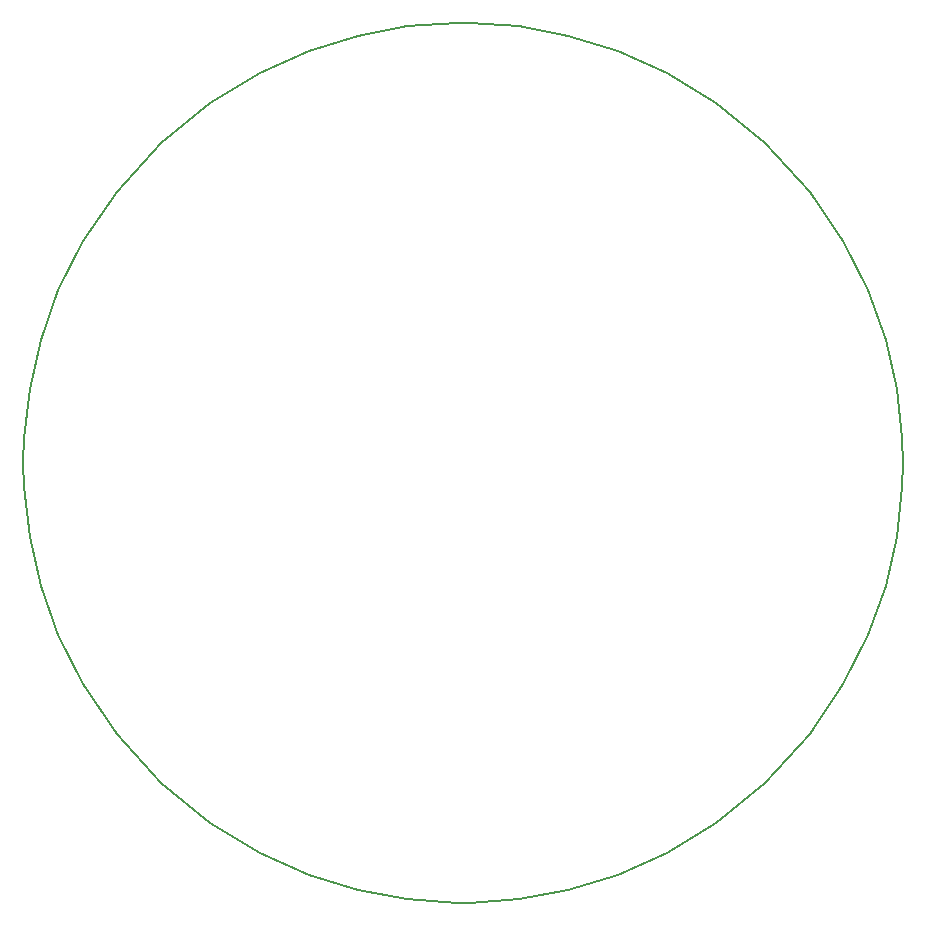
<source format=gbr>
G04 PROTEUS RS274X GERBER FILE*
%FSLAX45Y45*%
%MOMM*%
G01*
%ADD31C,0.203200*%
D31*
X+3730000Y+5000D02*
X+3724161Y+213494D01*
X+3677111Y+630483D01*
X+3581154Y+1047472D01*
X+3432185Y+1464461D01*
X+3222850Y+1881450D01*
X+2940262Y+2298439D01*
X+2562518Y+2713270D01*
X+2145529Y+3053567D01*
X+1728540Y+3307277D01*
X+1311551Y+3493345D01*
X+894562Y+3622223D01*
X+477573Y+3699902D01*
X+60584Y+3729585D01*
X+5000Y+3730000D01*
X-3720000Y+5000D02*
X-3714161Y+213494D01*
X-3667111Y+630483D01*
X-3571154Y+1047472D01*
X-3422185Y+1464461D01*
X-3212850Y+1881450D01*
X-2930262Y+2298439D01*
X-2552518Y+2713270D01*
X-2135529Y+3053567D01*
X-1718540Y+3307277D01*
X-1301551Y+3493345D01*
X-884562Y+3622223D01*
X-467573Y+3699902D01*
X-50584Y+3729585D01*
X+5000Y+3730000D01*
X-3720000Y+5000D02*
X-3714161Y-203494D01*
X-3667111Y-620483D01*
X-3571154Y-1037472D01*
X-3422185Y-1454461D01*
X-3212850Y-1871450D01*
X-2930262Y-2288439D01*
X-2552518Y-2703270D01*
X-2135529Y-3043567D01*
X-1718540Y-3297277D01*
X-1301551Y-3483345D01*
X-884562Y-3612223D01*
X-467573Y-3689902D01*
X-50584Y-3719585D01*
X+5000Y-3720000D01*
X+3730000Y+5000D02*
X+3724161Y-203494D01*
X+3677111Y-620483D01*
X+3581154Y-1037472D01*
X+3432185Y-1454461D01*
X+3222850Y-1871450D01*
X+2940262Y-2288439D01*
X+2562518Y-2703270D01*
X+2145529Y-3043567D01*
X+1728540Y-3297277D01*
X+1311551Y-3483345D01*
X+894562Y-3612223D01*
X+477573Y-3689902D01*
X+60584Y-3719585D01*
X+5000Y-3720000D01*
X+3730000Y+5000D02*
X+3724161Y+213494D01*
X+3677111Y+630483D01*
X+3581154Y+1047472D01*
X+3432185Y+1464461D01*
X+3222850Y+1881450D01*
X+2940262Y+2298439D01*
X+2562518Y+2713270D01*
X+2145529Y+3053567D01*
X+1728540Y+3307277D01*
X+1311551Y+3493345D01*
X+894562Y+3622223D01*
X+477573Y+3699902D01*
X+60584Y+3729585D01*
X+5000Y+3730000D01*
X-3720000Y+5000D02*
X-3714161Y+213494D01*
X-3667111Y+630483D01*
X-3571154Y+1047472D01*
X-3422185Y+1464461D01*
X-3212850Y+1881450D01*
X-2930262Y+2298439D01*
X-2552518Y+2713270D01*
X-2135529Y+3053567D01*
X-1718540Y+3307277D01*
X-1301551Y+3493345D01*
X-884562Y+3622223D01*
X-467573Y+3699902D01*
X-50584Y+3729585D01*
X+5000Y+3730000D01*
X-3720000Y+5000D02*
X-3714161Y-203494D01*
X-3667111Y-620483D01*
X-3571154Y-1037472D01*
X-3422185Y-1454461D01*
X-3212850Y-1871450D01*
X-2930262Y-2288439D01*
X-2552518Y-2703270D01*
X-2135529Y-3043567D01*
X-1718540Y-3297277D01*
X-1301551Y-3483345D01*
X-884562Y-3612223D01*
X-467573Y-3689902D01*
X-50584Y-3719585D01*
X+5000Y-3720000D01*
X+3730000Y+5000D02*
X+3724161Y-203494D01*
X+3677111Y-620483D01*
X+3581154Y-1037472D01*
X+3432185Y-1454461D01*
X+3222850Y-1871450D01*
X+2940262Y-2288439D01*
X+2562518Y-2703270D01*
X+2145529Y-3043567D01*
X+1728540Y-3297277D01*
X+1311551Y-3483345D01*
X+894562Y-3612223D01*
X+477573Y-3689902D01*
X+60584Y-3719585D01*
X+5000Y-3720000D01*
M02*

</source>
